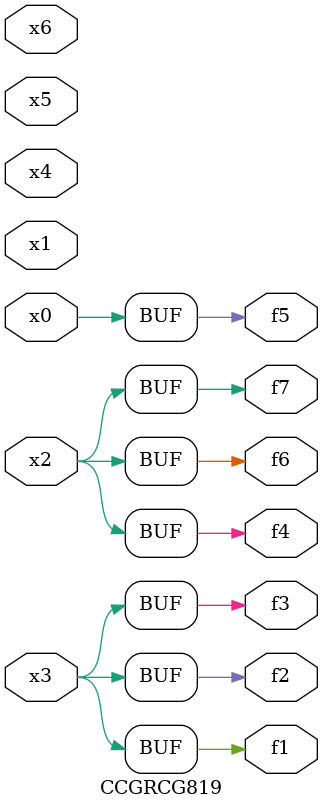
<source format=v>
module CCGRCG819(
	input x0, x1, x2, x3, x4, x5, x6,
	output f1, f2, f3, f4, f5, f6, f7
);
	assign f1 = x3;
	assign f2 = x3;
	assign f3 = x3;
	assign f4 = x2;
	assign f5 = x0;
	assign f6 = x2;
	assign f7 = x2;
endmodule

</source>
